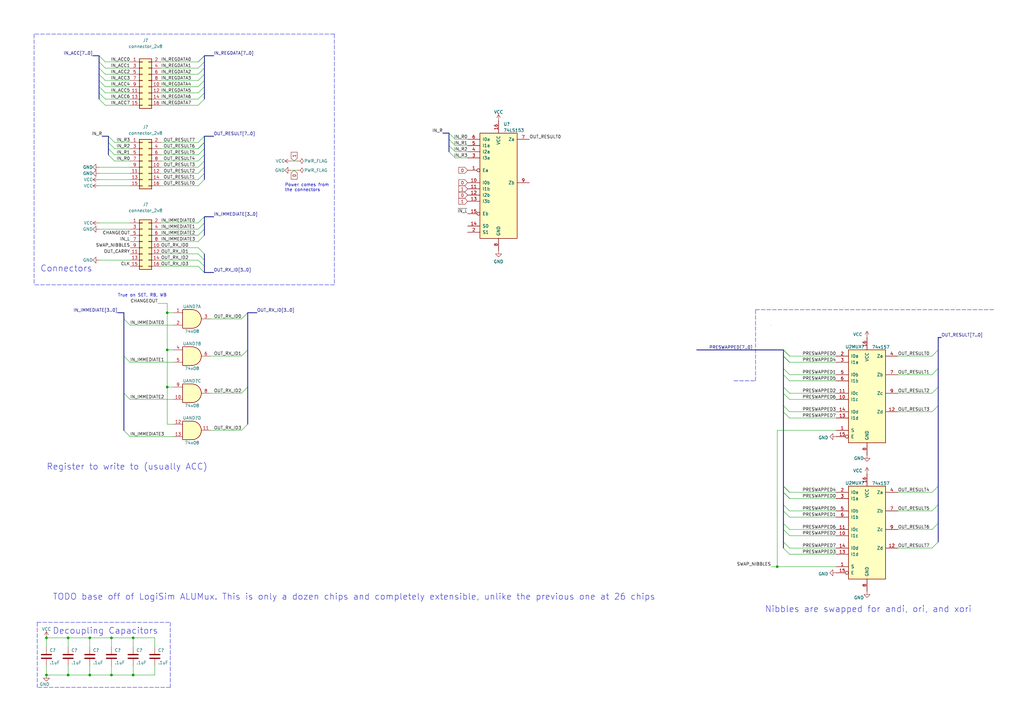
<source format=kicad_sch>
(kicad_sch (version 20211123) (generator eeschema)
  (paper "A3")
  (lib_symbols
    (symbol "74xx:74LS08" (pin_names (offset 1.016))
      (property "Reference" "U" (at 0 1.27 0))
      (property "Value" "74LS08" (at 0 -1.27 0))
      (symbol "74LS08_1_1"
        (arc (start 0 -3.81) (mid 3.81 0) (end 0 3.81) (stroke (width 0.254)) (fill (type background)))
        (polyline (pts (xy 0 3.81) (xy -3.81 3.81) (xy -3.81 -3.81) (xy 0 -3.81)) (stroke (width 0.254)) (fill (type background)))
        (pin input line (at -7.62 2.54 0) (length 3.81) (name "~") (number "1"))
        (pin input line (at -7.62 -2.54 0) (length 3.81) (name "~") (number "2"))
        (pin output line (at 7.62 0 180) (length 3.81) (name "~") (number "3"))
      )
      (symbol "74LS08_1_2"
        (arc (start -3.81 -3.81) (mid -2.589 0) (end -3.81 3.81) (stroke (width 0.254)))
        (arc (start -0.6096 -3.81) (mid 2.1842 -2.5851) (end 3.81 0) (stroke (width 0.254)) (fill (type background)))
        (polyline (pts (xy -3.81 -3.81) (xy -0.635 -3.81)) (stroke (width 0.254)) (fill (type background)))
        (polyline (pts (xy -3.81 3.81) (xy -0.635 3.81)) (stroke (width 0.254)) (fill (type background)))
        (polyline (pts (xy -0.635 3.81) (xy -3.81 3.81) (xy -3.81 3.81) (xy -3.556 3.4036) (xy -3.0226 2.2606) (xy -2.6924 1.0414) (xy -2.6162 -0.254) (xy -2.7686 -1.4986) (xy -3.175 -2.7178) (xy -3.81 -3.81) (xy -3.81 -3.81) (xy -0.635 -3.81)) (stroke (width -25.4)) (fill (type background)))
        (arc (start 3.81 0) (mid 2.1915 2.5936) (end -0.6096 3.81) (stroke (width 0.254)) (fill (type background)))
        (pin input inverted (at -7.62 2.54 0) (length 4.318) (name "~") (number "1"))
        (pin input inverted (at -7.62 -2.54 0) (length 4.318) (name "~") (number "2"))
        (pin output inverted (at 7.62 0 180) (length 3.81) (name "~") (number "3"))
      )
      (symbol "74LS08_2_1"
        (arc (start 0 -3.81) (mid 3.81 0) (end 0 3.81) (stroke (width 0.254)) (fill (type background)))
        (polyline (pts (xy 0 3.81) (xy -3.81 3.81) (xy -3.81 -3.81) (xy 0 -3.81)) (stroke (width 0.254)) (fill (type background)))
        (pin input line (at -7.62 2.54 0) (length 3.81) (name "~") (number "4"))
        (pin input line (at -7.62 -2.54 0) (length 3.81) (name "~") (number "5"))
        (pin output line (at 7.62 0 180) (length 3.81) (name "~") (number "6"))
      )
      (symbol "74LS08_2_2"
        (arc (start -3.81 -3.81) (mid -2.589 0) (end -3.81 3.81) (stroke (width 0.254)))
        (arc (start -0.6096 -3.81) (mid 2.1842 -2.5851) (end 3.81 0) (stroke (width 0.254)) (fill (type background)))
        (polyline (pts (xy -3.81 -3.81) (xy -0.635 -3.81)) (stroke (width 0.254)) (fill (type background)))
        (polyline (pts (xy -3.81 3.81) (xy -0.635 3.81)) (stroke (width 0.254)) (fill (type background)))
        (polyline (pts (xy -0.635 3.81) (xy -3.81 3.81) (xy -3.81 3.81) (xy -3.556 3.4036) (xy -3.0226 2.2606) (xy -2.6924 1.0414) (xy -2.6162 -0.254) (xy -2.7686 -1.4986) (xy -3.175 -2.7178) (xy -3.81 -3.81) (xy -3.81 -3.81) (xy -0.635 -3.81)) (stroke (width -25.4)) (fill (type background)))
        (arc (start 3.81 0) (mid 2.1915 2.5936) (end -0.6096 3.81) (stroke (width 0.254)) (fill (type background)))
        (pin input inverted (at -7.62 2.54 0) (length 4.318) (name "~") (number "4"))
        (pin input inverted (at -7.62 -2.54 0) (length 4.318) (name "~") (number "5"))
        (pin output inverted (at 7.62 0 180) (length 3.81) (name "~") (number "6"))
      )
      (symbol "74LS08_3_1"
        (arc (start 0 -3.81) (mid 3.81 0) (end 0 3.81) (stroke (width 0.254)) (fill (type background)))
        (polyline (pts (xy 0 3.81) (xy -3.81 3.81) (xy -3.81 -3.81) (xy 0 -3.81)) (stroke (width 0.254)) (fill (type background)))
        (pin input line (at -7.62 -2.54 0) (length 3.81) (name "~") (number "10"))
        (pin output line (at 7.62 0 180) (length 3.81) (name "~") (number "8"))
        (pin input line (at -7.62 2.54 0) (length 3.81) (name "~") (number "9"))
      )
      (symbol "74LS08_3_2"
        (arc (start -3.81 -3.81) (mid -2.589 0) (end -3.81 3.81) (stroke (width 0.254)))
        (arc (start -0.6096 -3.81) (mid 2.1842 -2.5851) (end 3.81 0) (stroke (width 0.254)) (fill (type background)))
        (polyline (pts (xy -3.81 -3.81) (xy -0.635 -3.81)) (stroke (width 0.254)) (fill (type background)))
        (polyline (pts (xy -3.81 3.81) (xy -0.635 3.81)) (stroke (width 0.254)) (fill (type background)))
        (polyline (pts (xy -0.635 3.81) (xy -3.81 3.81) (xy -3.81 3.81) (xy -3.556 3.4036) (xy -3.0226 2.2606) (xy -2.6924 1.0414) (xy -2.6162 -0.254) (xy -2.7686 -1.4986) (xy -3.175 -2.7178) (xy -3.81 -3.81) (xy -3.81 -3.81) (xy -0.635 -3.81)) (stroke (width -25.4)) (fill (type background)))
        (arc (start 3.81 0) (mid 2.1915 2.5936) (end -0.6096 3.81) (stroke (width 0.254)) (fill (type background)))
        (pin input inverted (at -7.62 -2.54 0) (length 4.318) (name "~") (number "10"))
        (pin output inverted (at 7.62 0 180) (length 3.81) (name "~") (number "8"))
        (pin input inverted (at -7.62 2.54 0) (length 4.318) (name "~") (number "9"))
      )
      (symbol "74LS08_4_1"
        (arc (start 0 -3.81) (mid 3.81 0) (end 0 3.81) (stroke (width 0.254)) (fill (type background)))
        (polyline (pts (xy 0 3.81) (xy -3.81 3.81) (xy -3.81 -3.81) (xy 0 -3.81)) (stroke (width 0.254)) (fill (type background)))
        (pin output line (at 7.62 0 180) (length 3.81) (name "~") (number "11"))
        (pin input line (at -7.62 2.54 0) (length 3.81) (name "~") (number "12"))
        (pin input line (at -7.62 -2.54 0) (length 3.81) (name "~") (number "13"))
      )
      (symbol "74LS08_4_2"
        (arc (start -3.81 -3.81) (mid -2.589 0) (end -3.81 3.81) (stroke (width 0.254)))
        (arc (start -0.6096 -3.81) (mid 2.1842 -2.5851) (end 3.81 0) (stroke (width 0.254)) (fill (type background)))
        (polyline (pts (xy -3.81 -3.81) (xy -0.635 -3.81)) (stroke (width 0.254)) (fill (type background)))
        (polyline (pts (xy -3.81 3.81) (xy -0.635 3.81)) (stroke (width 0.254)) (fill (type background)))
        (polyline (pts (xy -0.635 3.81) (xy -3.81 3.81) (xy -3.81 3.81) (xy -3.556 3.4036) (xy -3.0226 2.2606) (xy -2.6924 1.0414) (xy -2.6162 -0.254) (xy -2.7686 -1.4986) (xy -3.175 -2.7178) (xy -3.81 -3.81) (xy -3.81 -3.81) (xy -0.635 -3.81)) (stroke (width -25.4)) (fill (type background)))
        (arc (start 3.81 0) (mid 2.1915 2.5936) (end -0.6096 3.81) (stroke (width 0.254)) (fill (type background)))
        (pin output inverted (at 7.62 0 180) (length 3.81) (name "~") (number "11"))
        (pin input inverted (at -7.62 2.54 0) (length 4.318) (name "~") (number "12"))
        (pin input inverted (at -7.62 -2.54 0) (length 4.318) (name "~") (number "13"))
      )
      (symbol "74LS08_5_0"
        (pin power_in line (at 0 12.7 270) (length 5.08) (name "VCC") (number "14"))
        (pin power_in line (at 0 -12.7 90) (length 5.08) (name "GND") (number "7"))
      )
      (symbol "74LS08_5_1"
        (rectangle (start -5.08 7.62) (end 5.08 -7.62) (stroke (width 0.254)) (fill (type background)))
      )
    )
    (symbol "74xx:74LS153" (pin_names (offset 1.016))
      (property "Reference" "U" (at -7.62 21.59 0))
      (property "Value" "74LS153" (at -7.62 -24.13 0))
      (symbol "74LS153_1_0"
        (pin input inverted (at -12.7 5.08 0) (length 5.08) (name "Ea") (number "1"))
        (pin input line (at -12.7 0 0) (length 5.08) (name "I0b") (number "10"))
        (pin input line (at -12.7 -2.54 0) (length 5.08) (name "I1b") (number "11"))
        (pin input line (at -12.7 -5.08 0) (length 5.08) (name "I2b") (number "12"))
        (pin input line (at -12.7 -7.62 0) (length 5.08) (name "I3b") (number "13"))
        (pin input line (at -12.7 -17.78 0) (length 5.08) (name "S0") (number "14"))
        (pin input inverted (at -12.7 -12.7 0) (length 5.08) (name "Eb") (number "15"))
        (pin power_in line (at 0 25.4 270) (length 5.08) (name "VCC") (number "16"))
        (pin input line (at -12.7 -20.32 0) (length 5.08) (name "S1") (number "2"))
        (pin input line (at -12.7 10.16 0) (length 5.08) (name "I3a") (number "3"))
        (pin input line (at -12.7 12.7 0) (length 5.08) (name "I2a") (number "4"))
        (pin input line (at -12.7 15.24 0) (length 5.08) (name "I1a") (number "5"))
        (pin input line (at -12.7 17.78 0) (length 5.08) (name "I0a") (number "6"))
        (pin output line (at 12.7 17.78 180) (length 5.08) (name "Za") (number "7"))
        (pin power_in line (at 0 -27.94 90) (length 5.08) (name "GND") (number "8"))
        (pin output line (at 12.7 0 180) (length 5.08) (name "Zb") (number "9"))
      )
      (symbol "74LS153_1_1"
        (rectangle (start -7.62 20.32) (end 7.62 -22.86) (stroke (width 0.254)) (fill (type background)))
      )
    )
    (symbol "74xx:74LS157" (pin_names (offset 1.016))
      (property "Reference" "U" (at -7.62 19.05 0))
      (property "Value" "74LS157" (at -7.62 -21.59 0))
      (symbol "74LS157_1_0"
        (pin input line (at -12.7 -15.24 0) (length 5.08) (name "S") (number "1"))
        (pin input line (at -12.7 -2.54 0) (length 5.08) (name "I1c") (number "10"))
        (pin input line (at -12.7 0 0) (length 5.08) (name "I0c") (number "11"))
        (pin output line (at 12.7 -7.62 180) (length 5.08) (name "Zd") (number "12"))
        (pin input line (at -12.7 -10.16 0) (length 5.08) (name "I1d") (number "13"))
        (pin input line (at -12.7 -7.62 0) (length 5.08) (name "I0d") (number "14"))
        (pin input inverted (at -12.7 -17.78 0) (length 5.08) (name "E") (number "15"))
        (pin power_in line (at 0 22.86 270) (length 5.08) (name "VCC") (number "16"))
        (pin input line (at -12.7 15.24 0) (length 5.08) (name "I0a") (number "2"))
        (pin input line (at -12.7 12.7 0) (length 5.08) (name "I1a") (number "3"))
        (pin output line (at 12.7 15.24 180) (length 5.08) (name "Za") (number "4"))
        (pin input line (at -12.7 7.62 0) (length 5.08) (name "I0b") (number "5"))
        (pin input line (at -12.7 5.08 0) (length 5.08) (name "I1b") (number "6"))
        (pin output line (at 12.7 7.62 180) (length 5.08) (name "Zb") (number "7"))
        (pin power_in line (at 0 -25.4 90) (length 5.08) (name "GND") (number "8"))
        (pin output line (at 12.7 0 180) (length 5.08) (name "Zc") (number "9"))
      )
      (symbol "74LS157_1_1"
        (rectangle (start -7.62 17.78) (end 7.62 -20.32) (stroke (width 0.254)) (fill (type background)))
      )
    )
    (symbol "Connector_Generic:Conn_02x08_Odd_Even" (pin_names (offset 1.016) hide)
      (property "Reference" "J" (at 1.27 10.16 0))
      (property "Value" "Conn_02x08_Odd_Even" (at 1.27 -12.7 0))
      (symbol "Conn_02x08_Odd_Even_1_1"
        (rectangle (start -1.27 -10.033) (end 0 -10.287) (stroke (width 0.1524)))
        (rectangle (start -1.27 -7.493) (end 0 -7.747) (stroke (width 0.1524)))
        (rectangle (start -1.27 -4.953) (end 0 -5.207) (stroke (width 0.1524)))
        (rectangle (start -1.27 -2.413) (end 0 -2.667) (stroke (width 0.1524)))
        (rectangle (start -1.27 0.127) (end 0 -0.127) (stroke (width 0.1524)))
        (rectangle (start -1.27 2.667) (end 0 2.413) (stroke (width 0.1524)))
        (rectangle (start -1.27 5.207) (end 0 4.953) (stroke (width 0.1524)))
        (rectangle (start -1.27 7.747) (end 0 7.493) (stroke (width 0.1524)))
        (rectangle (start -1.27 8.89) (end 3.81 -11.43) (stroke (width 0.254)) (fill (type background)))
        (rectangle (start 3.81 -10.033) (end 2.54 -10.287) (stroke (width 0.1524)))
        (rectangle (start 3.81 -7.493) (end 2.54 -7.747) (stroke (width 0.1524)))
        (rectangle (start 3.81 -4.953) (end 2.54 -5.207) (stroke (width 0.1524)))
        (rectangle (start 3.81 -2.413) (end 2.54 -2.667) (stroke (width 0.1524)))
        (rectangle (start 3.81 0.127) (end 2.54 -0.127) (stroke (width 0.1524)))
        (rectangle (start 3.81 2.667) (end 2.54 2.413) (stroke (width 0.1524)))
        (rectangle (start 3.81 5.207) (end 2.54 4.953) (stroke (width 0.1524)))
        (rectangle (start 3.81 7.747) (end 2.54 7.493) (stroke (width 0.1524)))
        (pin passive line (at -5.08 7.62 0) (length 3.81) (name "Pin_1") (number "1"))
        (pin passive line (at 7.62 -2.54 180) (length 3.81) (name "Pin_10") (number "10"))
        (pin passive line (at -5.08 -5.08 0) (length 3.81) (name "Pin_11") (number "11"))
        (pin passive line (at 7.62 -5.08 180) (length 3.81) (name "Pin_12") (number "12"))
        (pin passive line (at -5.08 -7.62 0) (length 3.81) (name "Pin_13") (number "13"))
        (pin passive line (at 7.62 -7.62 180) (length 3.81) (name "Pin_14") (number "14"))
        (pin passive line (at -5.08 -10.16 0) (length 3.81) (name "Pin_15") (number "15"))
        (pin passive line (at 7.62 -10.16 180) (length 3.81) (name "Pin_16") (number "16"))
        (pin passive line (at 7.62 7.62 180) (length 3.81) (name "Pin_2") (number "2"))
        (pin passive line (at -5.08 5.08 0) (length 3.81) (name "Pin_3") (number "3"))
        (pin passive line (at 7.62 5.08 180) (length 3.81) (name "Pin_4") (number "4"))
        (pin passive line (at -5.08 2.54 0) (length 3.81) (name "Pin_5") (number "5"))
        (pin passive line (at 7.62 2.54 180) (length 3.81) (name "Pin_6") (number "6"))
        (pin passive line (at -5.08 0 0) (length 3.81) (name "Pin_7") (number "7"))
        (pin passive line (at 7.62 0 180) (length 3.81) (name "Pin_8") (number "8"))
        (pin passive line (at -5.08 -2.54 0) (length 3.81) (name "Pin_9") (number "9"))
      )
    )
    (symbol "Device:C" (pin_numbers hide) (pin_names (offset 0.254))
      (property "Reference" "C" (at 0.635 2.54 0))
      (property "Value" "C" (at 0.635 -2.54 0))
      (symbol "C_0_1"
        (polyline (pts (xy -2.032 -0.762) (xy 2.032 -0.762)) (stroke (width 0.508)))
        (polyline (pts (xy -2.032 0.762) (xy 2.032 0.762)) (stroke (width 0.508)))
      )
      (symbol "C_1_1"
        (pin passive line (at 0 3.81 270) (length 2.794) (name "~") (number "1"))
        (pin passive line (at 0 -3.81 90) (length 2.794) (name "~") (number "2"))
      )
    )
    (symbol "power:GND" (power) (pin_names (offset 0))
      (property "Value" "GND" (at 0 -3.81 0))
      (symbol "GND_0_1"
        (polyline (pts (xy 0 0) (xy 0 -1.27) (xy 1.27 -1.27) (xy 0 -2.54) (xy -1.27 -1.27) (xy 0 -1.27)))
      )
      (symbol "GND_1_1"
        (pin power_in line (at 0 0 270) (length 0) hide (name "GND") (number "1"))
      )
    )
    (symbol "power:PWR_FLAG" (power) (pin_numbers hide) (pin_names (offset 0) hide)
      (property "Value" "PWR_FLAG" (at 0 3.81 0))
      (symbol "PWR_FLAG_0_0"
        (pin power_out line (at 0 0 90) (length 0) (name "pwr") (number "1"))
      )
      (symbol "PWR_FLAG_0_1"
        (polyline (pts (xy 0 0) (xy 0 1.27) (xy -1.016 1.905) (xy 0 2.54) (xy 1.016 1.905) (xy 0 1.27)))
      )
    )
    (symbol "power:VCC" (power) (pin_names (offset 0))
      (property "Value" "VCC" (at 0 3.81 0))
      (symbol "VCC_0_1"
        (polyline (pts (xy -0.762 1.27) (xy 0 2.54)))
        (polyline (pts (xy 0 0) (xy 0 2.54)))
        (polyline (pts (xy 0 2.54) (xy 0.762 1.27)))
      )
      (symbol "VCC_1_1"
        (pin power_in line (at 0 0 90) (length 0) hide (name "VCC") (number "1"))
      )
    )
  )
  (junction (at 68.58 143.51))
  (junction (at 19.05 276.86))
  (junction (at 68.58 158.75))
  (junction (at 19.05 261.62))
  (junction (at 54.61 276.86))
  (junction (at 318.77 232.41))
  (junction (at 36.83 276.86))
  (junction (at 68.58 128.27))
  (junction (at 27.94 276.86))
  (junction (at 27.94 261.62))
  (junction (at 54.61 261.62))
  (junction (at 45.72 261.62))
  (junction (at 36.83 261.62))
  (junction (at 45.72 276.86))
  (bus_entry (at 83.82 88.9) (size -2.54 2.54))
  (bus_entry (at 101.6 158.75) (size -2.54 2.54))
  (bus_entry (at 321.31 199.39) (size 2.54 2.54))
  (bus_entry (at 184.15 54.61) (size 2.54 2.54))
  (bus_entry (at 40.64 40.64) (size 2.54 2.54))
  (bus_entry (at 83.82 58.42) (size -2.54 2.54))
  (bus_entry (at 384.81 151.13) (size -2.54 2.54))
  (bus_entry (at 321.31 209.55) (size 2.54 2.54))
  (bus_entry (at 321.31 217.17) (size 2.54 2.54))
  (bus_entry (at 50.8 146.05) (size 2.54 2.54))
  (bus_entry (at 50.8 176.53) (size 2.54 2.54))
  (bus_entry (at 83.82 22.86) (size -2.54 2.54))
  (bus_entry (at 83.82 66.04) (size -2.54 2.54))
  (bus_entry (at 83.82 68.58) (size -2.54 2.54))
  (bus_entry (at 321.31 199.39) (size 2.54 2.54))
  (bus_entry (at 184.15 59.69) (size 2.54 2.54))
  (bus_entry (at 384.81 199.39) (size -2.54 2.54))
  (bus_entry (at 81.28 43.18) (size 2.54 -2.54))
  (bus_entry (at 81.28 27.94) (size 2.54 -2.54))
  (bus_entry (at 81.28 35.56) (size 2.54 -2.54))
  (bus_entry (at 184.15 62.23) (size 2.54 2.54))
  (bus_entry (at 321.31 201.93) (size 2.54 2.54))
  (bus_entry (at 44.45 58.42) (size 2.54 2.54))
  (bus_entry (at 83.82 63.5) (size -2.54 2.54))
  (bus_entry (at 44.45 55.88) (size 2.54 2.54))
  (bus_entry (at 321.31 166.37) (size 2.54 2.54))
  (bus_entry (at 81.28 40.64) (size 2.54 -2.54))
  (bus_entry (at 83.82 109.22) (size -2.54 -2.54))
  (bus_entry (at 40.64 30.48) (size 2.54 2.54))
  (bus_entry (at 321.31 146.05) (size 2.54 2.54))
  (bus_entry (at 40.64 27.94) (size 2.54 2.54))
  (bus_entry (at 321.31 151.13) (size 2.54 2.54))
  (bus_entry (at 81.28 60.96) (size 2.54 -2.54))
  (bus_entry (at 184.15 57.15) (size 2.54 2.54))
  (bus_entry (at 83.82 73.66) (size -2.54 2.54))
  (bus_entry (at 321.31 146.05) (size 2.54 2.54))
  (bus_entry (at 83.82 106.68) (size -2.54 -2.54))
  (bus_entry (at 83.82 96.52) (size -2.54 2.54))
  (bus_entry (at 83.82 104.14) (size -2.54 -2.54))
  (bus_entry (at 384.81 158.75) (size -2.54 2.54))
  (bus_entry (at 321.31 222.25) (size 2.54 2.54))
  (bus_entry (at 384.81 222.25) (size -2.54 2.54))
  (bus_entry (at 83.82 71.12) (size -2.54 2.54))
  (bus_entry (at 81.28 25.4) (size 2.54 -2.54))
  (bus_entry (at 384.81 214.63) (size -2.54 2.54))
  (bus_entry (at 83.82 111.76) (size -2.54 -2.54))
  (bus_entry (at 384.81 143.51) (size -2.54 2.54))
  (bus_entry (at 81.28 38.1) (size 2.54 -2.54))
  (bus_entry (at 83.82 55.88) (size -2.54 2.54))
  (bus_entry (at 321.31 153.67) (size 2.54 2.54))
  (bus_entry (at 83.82 91.44) (size -2.54 2.54))
  (bus_entry (at 44.45 60.96) (size 2.54 2.54))
  (bus_entry (at 83.82 93.98) (size -2.54 2.54))
  (bus_entry (at 81.28 33.02) (size 2.54 -2.54))
  (bus_entry (at 384.81 166.37) (size -2.54 2.54))
  (bus_entry (at 40.64 33.02) (size 2.54 2.54))
  (bus_entry (at 384.81 207.01) (size -2.54 2.54))
  (bus_entry (at 101.6 143.51) (size -2.54 2.54))
  (bus_entry (at 40.64 35.56) (size 2.54 2.54))
  (bus_entry (at 321.31 224.79) (size 2.54 2.54))
  (bus_entry (at 50.8 130.81) (size 2.54 2.54))
  (bus_entry (at 321.31 143.51) (size 2.54 2.54))
  (bus_entry (at 321.31 214.63) (size 2.54 2.54))
  (bus_entry (at 101.6 173.99) (size -2.54 2.54))
  (bus_entry (at 83.82 60.96) (size -2.54 2.54))
  (bus_entry (at 101.6 128.27) (size -2.54 2.54))
  (bus_entry (at 321.31 207.01) (size 2.54 2.54))
  (bus_entry (at 321.31 143.51) (size 2.54 2.54))
  (bus_entry (at 50.8 161.29) (size 2.54 2.54))
  (bus_entry (at 40.64 22.86) (size 2.54 2.54))
  (bus_entry (at 321.31 161.29) (size 2.54 2.54))
  (bus_entry (at 81.28 30.48) (size 2.54 -2.54))
  (bus_entry (at 40.64 25.4) (size 2.54 2.54))
  (bus_entry (at 321.31 201.93) (size 2.54 2.54))
  (bus_entry (at 321.31 168.91) (size 2.54 2.54))
  (bus_entry (at 40.64 38.1) (size 2.54 2.54))
  (bus_entry (at 321.31 158.75) (size 2.54 2.54))
  (bus_entry (at 44.45 63.5) (size 2.54 2.54))
  (bus (pts (xy 40.64 22.86) (xy 40.64 25.4)))
  (bus (pts (xy 50.8 128.27) (xy 50.8 130.81)))
  (polyline (pts (xy 69.85 281.94) (xy 15.24 281.94)))
  (wire (pts (xy 68.58 158.75) (xy 68.58 173.99)))
  (bus (pts (xy 384.81 158.75) (xy 384.81 166.37)))
  (wire (pts (xy 323.85 201.93) (xy 342.9 201.93)))
  (bus (pts (xy 184.15 59.69) (xy 184.15 62.23)))
  (wire (pts (xy 66.04 27.94) (xy 81.28 27.94)))
  (wire (pts (xy 45.72 261.62) (xy 54.61 261.62)))
  (wire (pts (xy 66.04 58.42) (xy 81.28 58.42)))
  (bus (pts (xy 101.6 158.75) (xy 101.6 173.99)))
  (wire (pts (xy 66.04 40.64) (xy 81.28 40.64)))
  (wire (pts (xy 43.18 25.4) (xy 53.34 25.4)))
  (wire (pts (xy 66.04 60.96) (xy 81.28 60.96)))
  (bus (pts (xy 181.61 54.61) (xy 184.15 54.61)))
  (wire (pts (xy 43.18 30.48) (xy 53.34 30.48)))
  (wire (pts (xy 54.61 276.86) (xy 63.5 276.86)))
  (bus (pts (xy 44.45 55.88) (xy 44.45 58.42)))
  (wire (pts (xy 68.58 128.27) (xy 71.12 128.27)))
  (bus (pts (xy 40.64 25.4) (xy 40.64 27.94)))
  (bus (pts (xy 321.31 207.01) (xy 321.31 209.55)))
  (wire (pts (xy 66.04 73.66) (xy 81.28 73.66)))
  (wire (pts (xy 43.18 33.02) (xy 53.34 33.02)))
  (wire (pts (xy 19.05 261.62) (xy 27.94 261.62)))
  (bus (pts (xy 83.82 35.56) (xy 83.82 38.1)))
  (bus (pts (xy 83.82 55.88) (xy 83.82 58.42)))
  (wire (pts (xy 81.28 96.52) (xy 66.04 96.52)))
  (polyline (pts (xy 137.16 13.97) (xy 137.16 116.84)))
  (bus (pts (xy 83.82 25.4) (xy 83.82 27.94)))
  (wire (pts (xy 66.04 66.04) (xy 81.28 66.04)))
  (bus (pts (xy 384.81 199.39) (xy 384.81 207.01)))
  (bus (pts (xy 321.31 214.63) (xy 321.31 217.17)))
  (bus (pts (xy 384.81 151.13) (xy 384.81 158.75)))
  (wire (pts (xy 54.61 265.43) (xy 54.61 261.62)))
  (bus (pts (xy 40.64 35.56) (xy 40.64 38.1)))
  (wire (pts (xy 323.85 219.71) (xy 342.9 219.71)))
  (wire (pts (xy 45.72 265.43) (xy 45.72 261.62)))
  (bus (pts (xy 321.31 146.05) (xy 321.31 151.13)))
  (wire (pts (xy 68.58 124.46) (xy 68.58 128.27)))
  (bus (pts (xy 384.81 143.51) (xy 384.81 151.13)))
  (wire (pts (xy 119.38 69.85) (xy 121.92 69.85)))
  (wire (pts (xy 318.77 176.53) (xy 318.77 232.41)))
  (wire (pts (xy 66.04 35.56) (xy 81.28 35.56)))
  (polyline (pts (xy 15.24 255.27) (xy 15.24 281.94)))
  (bus (pts (xy 321.31 222.25) (xy 321.31 224.79)))
  (wire (pts (xy 53.34 133.35) (xy 71.12 133.35)))
  (wire (pts (xy 68.58 143.51) (xy 71.12 143.51)))
  (wire (pts (xy 63.5 265.43) (xy 63.5 261.62)))
  (bus (pts (xy 321.31 168.91) (xy 321.31 199.39)))
  (bus (pts (xy 321.31 201.93) (xy 321.31 207.01)))
  (polyline (pts (xy 300.99 156.21) (xy 309.88 156.21)))
  (wire (pts (xy 66.04 71.12) (xy 81.28 71.12)))
  (wire (pts (xy 368.3 201.93) (xy 382.27 201.93)))
  (bus (pts (xy 48.26 128.27) (xy 50.8 128.27)))
  (wire (pts (xy 66.04 106.68) (xy 81.28 106.68)))
  (wire (pts (xy 318.77 176.53) (xy 342.9 176.53)))
  (bus (pts (xy 50.8 146.05) (xy 50.8 161.29)))
  (bus (pts (xy 87.63 111.76) (xy 83.82 111.76)))
  (wire (pts (xy 66.04 25.4) (xy 81.28 25.4)))
  (polyline (pts (xy 137.16 116.84) (xy 13.97 116.84)))
  (wire (pts (xy 323.85 224.79) (xy 342.9 224.79)))
  (wire (pts (xy 27.94 265.43) (xy 27.94 261.62)))
  (polyline (pts (xy 15.24 255.27) (xy 69.85 255.27)))
  (wire (pts (xy 81.28 93.98) (xy 66.04 93.98)))
  (wire (pts (xy 86.36 146.05) (xy 99.06 146.05)))
  (wire (pts (xy 66.04 68.58) (xy 81.28 68.58)))
  (bus (pts (xy 101.6 128.27) (xy 101.6 143.51)))
  (wire (pts (xy 66.04 101.6) (xy 81.28 101.6)))
  (wire (pts (xy 27.94 276.86) (xy 36.83 276.86)))
  (bus (pts (xy 321.31 153.67) (xy 321.31 158.75)))
  (wire (pts (xy 40.64 76.2) (xy 53.34 76.2)))
  (bus (pts (xy 40.64 27.94) (xy 40.64 30.48)))
  (bus (pts (xy 384.81 166.37) (xy 384.81 199.39)))
  (wire (pts (xy 66.04 30.48) (xy 81.28 30.48)))
  (wire (pts (xy 40.64 73.66) (xy 53.34 73.66)))
  (wire (pts (xy 323.85 227.33) (xy 342.9 227.33)))
  (wire (pts (xy 68.58 143.51) (xy 68.58 158.75)))
  (wire (pts (xy 323.85 163.83) (xy 342.9 163.83)))
  (wire (pts (xy 19.05 276.86) (xy 27.94 276.86)))
  (bus (pts (xy 40.64 33.02) (xy 40.64 35.56)))
  (bus (pts (xy 384.81 207.01) (xy 384.81 214.63)))
  (bus (pts (xy 83.82 106.68) (xy 83.82 104.14)))
  (wire (pts (xy 368.3 146.05) (xy 382.27 146.05)))
  (bus (pts (xy 184.15 54.61) (xy 184.15 57.15)))
  (bus (pts (xy 83.82 91.44) (xy 83.82 93.98)))
  (bus (pts (xy 83.82 111.76) (xy 83.82 109.22)))
  (wire (pts (xy 54.61 261.62) (xy 63.5 261.62)))
  (wire (pts (xy 323.85 153.67) (xy 342.9 153.67)))
  (bus (pts (xy 44.45 60.96) (xy 44.45 63.5)))
  (bus (pts (xy 83.82 27.94) (xy 83.82 30.48)))
  (wire (pts (xy 53.34 148.59) (xy 71.12 148.59)))
  (bus (pts (xy 321.31 161.29) (xy 321.31 166.37)))
  (bus (pts (xy 321.31 199.39) (xy 321.31 201.93)))
  (bus (pts (xy 101.6 143.51) (xy 101.6 158.75)))
  (wire (pts (xy 323.85 156.21) (xy 342.9 156.21)))
  (wire (pts (xy 186.69 59.69) (xy 191.77 59.69)))
  (bus (pts (xy 83.82 55.88) (xy 87.63 55.88)))
  (wire (pts (xy 43.18 38.1) (xy 53.34 38.1)))
  (bus (pts (xy 83.82 68.58) (xy 83.82 71.12)))
  (wire (pts (xy 40.64 93.98) (xy 53.34 93.98)))
  (polyline (pts (xy 137.16 13.97) (xy 13.97 13.97)))
  (wire (pts (xy 71.12 173.99) (xy 68.58 173.99)))
  (bus (pts (xy 384.81 138.43) (xy 386.08 138.43)))
  (wire (pts (xy 19.05 265.43) (xy 19.05 261.62)))
  (wire (pts (xy 323.85 146.05) (xy 342.9 146.05)))
  (wire (pts (xy 66.04 104.14) (xy 81.28 104.14)))
  (bus (pts (xy 41.91 55.88) (xy 44.45 55.88)))
  (wire (pts (xy 46.99 63.5) (xy 53.34 63.5)))
  (bus (pts (xy 38.1 22.86) (xy 40.64 22.86)))
  (wire (pts (xy 66.04 91.44) (xy 81.28 91.44)))
  (bus (pts (xy 83.82 88.9) (xy 83.82 91.44)))
  (bus (pts (xy 83.82 58.42) (xy 83.82 60.96)))
  (bus (pts (xy 87.63 22.86) (xy 83.82 22.86)))
  (wire (pts (xy 323.85 204.47) (xy 342.9 204.47)))
  (bus (pts (xy 285.75 143.51) (xy 321.31 143.51)))
  (polyline (pts (xy 13.97 13.97) (xy 13.97 116.84)))
  (wire (pts (xy 68.58 158.75) (xy 71.12 158.75)))
  (bus (pts (xy 40.64 38.1) (xy 40.64 40.64)))
  (wire (pts (xy 68.58 128.27) (xy 68.58 143.51)))
  (wire (pts (xy 119.38 66.04) (xy 121.92 66.04)))
  (bus (pts (xy 384.81 138.43) (xy 384.81 143.51)))
  (wire (pts (xy 45.72 276.86) (xy 45.72 273.05)))
  (bus (pts (xy 321.31 143.51) (xy 321.31 146.05)))
  (bus (pts (xy 83.82 22.86) (xy 83.82 25.4)))
  (wire (pts (xy 19.05 276.86) (xy 19.05 273.05)))
  (bus (pts (xy 83.82 93.98) (xy 83.82 96.52)))
  (bus (pts (xy 321.31 166.37) (xy 321.31 168.91)))
  (wire (pts (xy 186.69 64.77) (xy 191.77 64.77)))
  (polyline (pts (xy 309.88 156.21) (xy 309.88 127)))
  (bus (pts (xy 83.82 71.12) (xy 83.82 73.66)))
  (bus (pts (xy 83.82 60.96) (xy 83.82 63.5)))
  (wire (pts (xy 323.85 217.17) (xy 342.9 217.17)))
  (bus (pts (xy 44.45 58.42) (xy 44.45 60.96)))
  (wire (pts (xy 45.72 276.86) (xy 54.61 276.86)))
  (wire (pts (xy 66.04 33.02) (xy 81.28 33.02)))
  (wire (pts (xy 46.99 60.96) (xy 53.34 60.96)))
  (bus (pts (xy 50.8 130.81) (xy 50.8 146.05)))
  (wire (pts (xy 36.83 265.43) (xy 36.83 261.62)))
  (bus (pts (xy 83.82 38.1) (xy 83.82 40.64)))
  (wire (pts (xy 368.3 217.17) (xy 382.27 217.17)))
  (wire (pts (xy 323.85 148.59) (xy 342.9 148.59)))
  (wire (pts (xy 323.85 209.55) (xy 342.9 209.55)))
  (bus (pts (xy 50.8 161.29) (xy 50.8 176.53)))
  (wire (pts (xy 40.64 71.12) (xy 53.34 71.12)))
  (bus (pts (xy 184.15 57.15) (xy 184.15 59.69)))
  (wire (pts (xy 36.83 276.86) (xy 45.72 276.86)))
  (wire (pts (xy 86.36 130.81) (xy 99.06 130.81)))
  (bus (pts (xy 321.31 151.13) (xy 321.31 153.67)))
  (wire (pts (xy 66.04 38.1) (xy 81.28 38.1)))
  (wire (pts (xy 46.99 66.04) (xy 53.34 66.04)))
  (wire (pts (xy 40.64 106.68) (xy 53.34 106.68)))
  (wire (pts (xy 36.83 261.62) (xy 45.72 261.62)))
  (wire (pts (xy 43.18 43.18) (xy 53.34 43.18)))
  (bus (pts (xy 87.63 88.9) (xy 83.82 88.9)))
  (bus (pts (xy 321.31 158.75) (xy 321.31 161.29)))
  (polyline (pts (xy 69.85 255.27) (xy 69.85 281.94)))
  (wire (pts (xy 53.34 163.83) (xy 71.12 163.83)))
  (bus (pts (xy 105.41 128.27) (xy 101.6 128.27)))
  (wire (pts (xy 27.94 261.62) (xy 36.83 261.62)))
  (bus (pts (xy 321.31 209.55) (xy 321.31 214.63)))
  (wire (pts (xy 46.99 58.42) (xy 53.34 58.42)))
  (wire (pts (xy 64.77 124.46) (xy 68.58 124.46)))
  (wire (pts (xy 27.94 276.86) (xy 27.94 273.05)))
  (wire (pts (xy 318.77 232.41) (xy 342.9 232.41)))
  (wire (pts (xy 40.64 91.44) (xy 53.34 91.44)))
  (bus (pts (xy 83.82 30.48) (xy 83.82 33.02)))
  (wire (pts (xy 54.61 276.86) (xy 54.61 273.05)))
  (wire (pts (xy 43.18 40.64) (xy 53.34 40.64)))
  (wire (pts (xy 36.83 276.86) (xy 36.83 273.05)))
  (wire (pts (xy 53.34 179.07) (xy 71.12 179.07)))
  (wire (pts (xy 86.36 176.53) (xy 99.06 176.53)))
  (wire (pts (xy 40.64 68.58) (xy 53.34 68.58)))
  (wire (pts (xy 368.3 161.29) (xy 382.27 161.29)))
  (wire (pts (xy 323.85 161.29) (xy 342.9 161.29)))
  (wire (pts (xy 66.04 43.18) (xy 81.28 43.18)))
  (bus (pts (xy 384.81 214.63) (xy 384.81 222.25)))
  (wire (pts (xy 323.85 212.09) (xy 342.9 212.09)))
  (wire (pts (xy 368.3 168.91) (xy 382.27 168.91)))
  (bus (pts (xy 40.64 30.48) (xy 40.64 33.02)))
  (wire (pts (xy 43.18 35.56) (xy 53.34 35.56)))
  (wire (pts (xy 323.85 168.91) (xy 342.9 168.91)))
  (polyline (pts (xy 316.23 133.35) (xy 316.23 133.35)))
  (wire (pts (xy 66.04 76.2) (xy 81.28 76.2)))
  (wire (pts (xy 186.69 62.23) (xy 191.77 62.23)))
  (bus (pts (xy 83.82 33.02) (xy 83.82 35.56)))
  (wire (pts (xy 368.3 209.55) (xy 382.27 209.55)))
  (wire (pts (xy 186.69 57.15) (xy 191.77 57.15)))
  (wire (pts (xy 66.04 109.22) (xy 81.28 109.22)))
  (wire (pts (xy 81.28 99.06) (xy 66.04 99.06)))
  (wire (pts (xy 323.85 171.45) (xy 342.9 171.45)))
  (bus (pts (xy 83.82 66.04) (xy 83.82 68.58)))
  (wire (pts (xy 86.36 161.29) (xy 99.06 161.29)))
  (wire (pts (xy 368.3 153.67) (xy 382.27 153.67)))
  (wire (pts (xy 66.04 63.5) (xy 81.28 63.5)))
  (bus (pts (xy 83.82 63.5) (xy 83.82 66.04)))
  (bus (pts (xy 83.82 109.22) (xy 83.82 106.68)))
  (bus (pts (xy 321.31 217.17) (xy 321.31 222.25)))
  (wire (pts (xy 382.27 224.79) (xy 368.3 224.79)))
  (wire (pts (xy 43.18 27.94) (xy 53.34 27.94)))
  (wire (pts (xy 63.5 276.86) (xy 63.5 273.05)))
  (polyline (pts (xy 309.88 127) (xy 407.67 127)))
  (wire (pts (xy 318.77 232.41) (xy 316.23 232.41)))
  (text "Connectors" (at 16.51 111.76 0) (effects (font (size 2.54 2.54)) (justify left bottom)))
  (text "TODO base off of LogiSim ALUMux. This is only a dozen chips and completely extensible, unlike the previous one at 26 chips" (at 21.59 246.38 0) (effects (font (size 2.54 2.54)) (justify left bottom)))
  (text "True on SET, RB, WB" (at 48.26 121.92 0) (effects (font (size 1.27 1.27)) (justify left bottom)))
  (text "Register to write to (usually ACC)" (at 19.05 193.04 0) (effects (font (size 2.54 2.54)) (justify left bottom)))
  (text "Nibbles are swapped for andi, ori, and xori" (at 313.69 251.46 0) (effects (font (size 2.54 2.54)) (justify left bottom)))
  (text "Power comes from\nthe connectors" (at 116.84 78.74 0) (effects (font (size 1.27 1.27)) (justify left bottom)))
  (text "Decoupling Capacitors" (at 21.59 260.35 0) (effects (font (size 2.54 2.54)) (justify left bottom)))
  (label "PRESWAPPED5" (at 342.9 156.21 180))
  (label "IN_R3" (at 53.34 58.42 180))
  (label "IN_R" (at 181.61 54.61 180))
  (label "CHANGEOUT" (at 64.77 124.46 180))
  (label "IN_R3" (at 191.77 64.77 180))
  (label "IN_R1" (at 53.34 63.5 180))
  (label "IN_ACC1" (at 53.34 27.94 180))
  (label "IN_REGDATA2" (at 66.04 30.48 0))
  (label "IN_IMMEDIATE2" (at 66.04 96.52 0))
  (label "IN_R2" (at 53.34 60.96 180))
  (label "IN_R0" (at 53.34 66.04 180))
  (label "PRESWAPPED0" (at 342.9 204.47 180))
  (label "CHANGEOUT" (at 53.34 96.52 180))
  (label "OUT_RX_ID2" (at 99.06 161.29 180))
  (label "IN_REGDATA7" (at 66.04 43.18 0))
  (label "OUT_RESULT6" (at 368.3 217.17 0))
  (label "OUT_CARRY" (at 53.34 104.14 180))
  (label "IN_IMMEDIATE[3..0]" (at 87.63 88.9 0))
  (label "IN_REGDATA3" (at 66.04 33.02 0))
  (label "IN_R1" (at 191.77 59.69 180))
  (label "OUT_RESULT7" (at 368.3 224.79 0))
  (label "IN_R2" (at 191.77 62.23 180))
  (label "PRESWAPPED0" (at 342.9 146.05 180))
  (label "IN_R" (at 41.91 55.88 180))
  (label "IN_IMMEDIATE1" (at 53.34 148.59 0))
  (label "PRESWAPPED4" (at 342.9 201.93 180))
  (label "PRESWAPPED3" (at 342.9 168.91 180))
  (label "PRESWAPPED[7..0]" (at 290.83 143.51 0))
  (label "IN_IMMEDIATE3" (at 53.34 179.07 0))
  (label "OUT_RESULT[7..0]" (at 386.08 138.43 0))
  (label "IN_REGDATA5" (at 66.04 38.1 0))
  (label "SWAP_NIBBLES" (at 316.23 232.41 180))
  (label "PRESWAPPED2" (at 342.9 161.29 180))
  (label "OUT_RX_ID1" (at 99.06 146.05 180))
  (label "OUT_RESULT3" (at 368.3 168.91 0))
  (label "IN_REGDATA1" (at 66.04 27.94 0))
  (label "IN_ACC[7..0]" (at 38.1 22.86 180))
  (label "IN_IMMEDIATE2" (at 53.34 163.83 0))
  (label "IN_IMMEDIATE0" (at 53.34 133.35 0))
  (label "CLK" (at 53.34 109.22 180))
  (label "PRESWAPPED4" (at 342.9 148.59 180))
  (label "IN_REGDATA6" (at 66.04 40.64 0))
  (label "IN_ACC3" (at 53.34 33.02 180))
  (label "IN_L" (at 53.34 99.06 180))
  (label "PRESWAPPED7" (at 342.9 171.45 180))
  (label "OUT_RX_ID2" (at 66.04 106.68 0))
  (label "OUT_RESULT1" (at 368.3 153.67 0))
  (label "IN_IMMEDIATE[3..0]" (at 48.26 128.27 180))
  (label "PRESWAPPED5" (at 342.9 209.55 180))
  (label "IN_ACC5" (at 53.34 38.1 180))
  (label "OUT_RESULT7" (at 80.01 58.42 180))
  (label "IN_R0" (at 191.77 57.15 180))
  (label "IN_REGDATA4" (at 66.04 35.56 0))
  (label "OUT_RX_ID[3..0]" (at 105.41 128.27 0))
  (label "PRESWAPPED6" (at 342.9 217.17 180))
  (label "OUT_RESULT0" (at 217.17 57.15 0))
  (label "OUT_RESULT5" (at 368.3 209.55 0))
  (label "PRESWAPPED6" (at 342.9 163.83 180))
  (label "IN_IMMEDIATE0" (at 66.04 91.44 0))
  (label "OUT_RESULT6" (at 80.01 60.96 180))
  (label "OUT_RESULT5" (at 80.01 63.5 180))
  (label "IN_IMMEDIATE3" (at 66.04 99.06 0))
  (label "OUT_RESULT0" (at 368.3 146.05 0))
  (label "OUT_RX_ID[3..0]" (at 87.63 111.76 0))
  (label "PRESWAPPED1" (at 342.9 212.09 180))
  (label "OUT_RESULT4" (at 368.3 201.93 0))
  (label "IN_ACC2" (at 53.34 30.48 180))
  (label "OUT_RESULT[7..0]" (at 87.63 55.88 0))
  (label "OUT_RESULT2" (at 368.3 161.29 0))
  (label "IN_REGDATA0" (at 66.04 25.4 0))
  (label "IN_ACC7" (at 53.34 43.18 180))
  (label "OUT_RX_ID0" (at 99.06 130.81 180))
  (label "PRESWAPPED1" (at 342.9 153.67 180))
  (label "OUT_RESULT3" (at 80.01 68.58 180))
  (label "IN_REGDATA[7..0]" (at 87.63 22.86 0))
  (label "OUT_RX_ID0" (at 66.04 101.6 0))
  (label "PRESWAPPED7" (at 342.9 224.79 180))
  (label "PRESWAPPED3" (at 342.9 227.33 180))
  (label "SWAP_NIBBLES" (at 53.34 101.6 180))
  (label "IN_IMMEDIATE1" (at 66.04 93.98 0))
  (label "OUT_RX_ID1" (at 66.04 104.14 0))
  (label "~{IN_L}" (at 191.77 87.63 180))
  (label "IN_ACC0" (at 53.34 25.4 180))
  (label "OUT_RESULT0" (at 80.01 76.2 180))
  (label "OUT_RESULT2" (at 80.01 71.12 180))
  (label "IN_ACC4" (at 53.34 35.56 180))
  (label "OUT_RX_ID3" (at 66.04 109.22 0))
  (label "OUT_RESULT1" (at 80.01 73.66 180))
  (label "OUT_RESULT4" (at 80.01 66.04 180))
  (label "IN_ACC6" (at 53.34 40.64 180))
  (label "OUT_RX_ID3" (at 99.06 176.53 180))
  (label "PRESWAPPED2" (at 342.9 219.71 180))
  (global_label "0" (shape input) (at 120.65 69.85 270) (property "Intersheet References" "${INTERSHEET_REFS}" (effects hide)))
  (global_label "1" (shape input) (at 120.65 66.04 90) (property "Intersheet References" "${INTERSHEET_REFS}" (effects hide)))
  (global_label "0" (shape input) (at 191.77 69.85 180) (property "Intersheet References" "${INTERSHEET_REFS}" (effects hide)))
  (global_label "1" (shape input) (at 191.77 77.47 180) (property "Intersheet References" "${INTERSHEET_REFS}" (effects hide)))
  (global_label "0" (shape input) (at 191.77 74.93 180) (property "Intersheet References" "${INTERSHEET_REFS}" (effects hide)))
  (global_label "0" (shape input) (at 191.77 80.01 180) (property "Intersheet References" "${INTERSHEET_REFS}" (effects hide)))
  (global_label "1" (shape input) (at 191.77 82.55 180) (property "Intersheet References" "${INTERSHEET_REFS}" (effects hide)))
  (symbol (lib_id "Device:C") (at 45.72 269.24 0) (unit 1)
    (property "Reference" "C?" (at 46.99 266.7 0) (effects (justify left)))
    (property "Value" ".1uF" (at 46.99 271.78 0) (effects (justify left)))
    (property "Footprint" "Capacitor_SMD:C_1206_3216Metric_Pad1.33x1.80mm_HandSolder" (effects hide))
    (property "stock" "200" (effects hide))
  )
  (symbol (lib_id "power:VCC") (at 19.05 261.62 0) (unit 1)
    (property "Reference" "#PWR?" (effects hide))
    (property "Value" "VCC" (at 19.05 258.0442 0))
  )
  (symbol (lib_id "power:VCC") (at 204.47 49.53 0) (unit 1)
    (property "Reference" "#PWR?" (effects hide))
    (property "Value" "VCC" (at 204.47 45.9542 0))
  )
  (symbol (lib_id "Device:C") (at 19.05 269.24 0) (unit 1)
    (property "Reference" "C?" (at 20.32 266.7 0) (effects (justify left)))
    (property "Value" ".1uF" (at 20.32 271.78 0) (effects (justify left)))
    (property "Footprint" "Capacitor_SMD:C_1206_3216Metric_Pad1.33x1.80mm_HandSolder" (effects hide))
    (property "stock" "200" (effects hide))
  )
  (symbol (lib_id "power:PWR_FLAG") (at 121.92 66.04 270) (mirror x) (unit 1)
    (property "Reference" "#FLG?" (effects hide))
    (property "Value" "PWR_FLAG" (at 129.54 66.04 90))
  )
  (symbol (lib_id "power:GND") (at 342.9 179.07 270) (unit 1)
    (property "Reference" "#PWR?" (effects hide))
    (property "Value" "GND" (at 339.7251 179.5038 90) (effects (justify right)))
  )
  (symbol (lib_id "power:GND") (at 119.38 69.85 270) (unit 1)
    (property "Reference" "#PWR?" (effects hide))
    (property "Value" "GND" (at 116.84 69.85 90) (effects (justify right)))
  )
  (symbol (lib_id "power:GND") (at 355.6 186.69 0) (unit 1)
    (property "Reference" "#PWR?" (effects hide))
    (property "Value" "GND" (at 354.33 187.96 0) (effects (justify right)))
  )
  (symbol (lib_id "Device:C") (at 54.61 269.24 0) (unit 1)
    (property "Reference" "C?" (at 55.88 266.7 0) (effects (justify left)))
    (property "Value" ".1uF" (at 55.88 271.78 0) (effects (justify left)))
    (property "Footprint" "Capacitor_SMD:C_1206_3216Metric_Pad1.33x1.80mm_HandSolder" (effects hide))
    (property "stock" "200" (effects hide))
  )
  (symbol (lib_id "power:GND") (at 342.9 234.95 270) (unit 1)
    (property "Reference" "#PWR?" (effects hide))
    (property "Value" "GND" (at 339.7251 235.3838 90) (effects (justify right)))
  )
  (symbol (lib_id "74xx:74LS157") (at 355.6 217.17 0) (unit 1)
    (property "Reference" "U2MUX?" (at 346.71 198.12 0) (effects (justify left)))
    (property "Value" "74x157" (at 357.6194 198.2271 0) (effects (justify left)))
    (property "Footprint" "000custom:D_R-PDSO-G16" (effects hide))
    (property "Datasheet" "https://www.ti.com/lit/ds/symlink/sn74hcs157.pdf" (effects hide))
    (property "stock" "6" (effects hide))
    (property "to buy" "20" (effects hide))
  )
  (symbol (lib_id "power:VCC") (at 40.64 91.44 90) (mirror x) (unit 1)
    (property "Reference" "#PWR?" (effects hide))
    (property "Value" "VCC" (at 34.29 91.44 90) (effects (justify right)))
  )
  (symbol (lib_id "power:GND") (at 40.64 68.58 270) (mirror x) (unit 1)
    (property "Reference" "#PWR?" (effects hide))
    (property "Value" "GND" (at 38.1 68.58 90) (effects (justify right)))
  )
  (symbol (lib_id "Connector_Generic:Conn_02x08_Odd_Even") (at 58.42 66.04 0) (unit 1)
    (property "Reference" "J?" (at 59.69 52.07 0))
    (property "Value" "connector_2x8" (at 59.69 54.61 0))
    (property "Footprint" "Connector_PinHeader_2.54mm:PinHeader_2x08_P2.54mm_Horizontal" (effects hide))
    (property "stock" "12" (effects hide))
  )
  (symbol (lib_id "power:VCC") (at 119.38 66.04 90) (mirror x) (unit 1)
    (property "Reference" "#PWR?" (effects hide))
    (property "Value" "VCC" (at 113.03 66.04 90) (effects (justify right)))
  )
  (symbol (lib_id "power:GND") (at 40.64 93.98 270) (unit 1)
    (property "Reference" "#PWR?" (effects hide))
    (property "Value" "GND" (at 38.1 93.98 90) (effects (justify right)))
  )
  (symbol (lib_id "74xx:74LS157") (at 355.6 161.29 0) (unit 1)
    (property "Reference" "U2MUX?" (at 346.71 142.24 0) (effects (justify left)))
    (property "Value" "74x157" (at 357.6194 142.3471 0) (effects (justify left)))
    (property "Footprint" "000custom:D_R-PDSO-G16" (effects hide))
    (property "Datasheet" "https://www.ti.com/lit/ds/symlink/sn74hcs157.pdf" (effects hide))
    (property "stock" "6" (effects hide))
    (property "to buy" "20" (effects hide))
  )
  (symbol (lib_id "power:GND") (at 19.05 276.86 0) (unit 1)
    (property "Reference" "#PWR?" (effects hide))
    (property "Value" "GND" (at 20.32 280.67 0) (effects (justify right)))
  )
  (symbol (lib_id "power:PWR_FLAG") (at 121.92 69.85 270) (unit 1)
    (property "Reference" "#FLG?" (effects hide))
    (property "Value" "PWR_FLAG" (at 129.54 69.85 90))
  )
  (symbol (lib_id "power:GND") (at 40.64 106.68 270) (unit 1)
    (property "Reference" "#PWR?" (effects hide))
    (property "Value" "GND" (at 38.1 106.68 90) (effects (justify right)))
  )
  (symbol (lib_id "74xx:74LS08") (at 78.74 176.53 0) (unit 4)
    (property "Reference" "UAND?" (at 78.74 171.45 0))
    (property "Value" "74x08" (at 78.74 181.61 0))
    (property "Footprint" "000custom:D_R-PDSO-G14" (effects hide))
    (property "Datasheet" "https://www.ti.com/lit/ds/symlink/sn74ahc08.pdf" (effects hide))
    (property "stock" "0" (effects hide))
    (property "to buy" "20" (effects hide))
  )
  (symbol (lib_id "power:VCC") (at 40.64 76.2 90) (unit 1)
    (property "Reference" "#PWR?" (effects hide))
    (property "Value" "VCC" (at 34.29 76.2 90) (effects (justify right)))
  )
  (symbol (lib_id "74xx:74LS08") (at 78.74 130.81 0) (unit 1)
    (property "Reference" "UAND?" (at 78.74 125.73 0))
    (property "Value" "74x08" (at 78.74 135.89 0))
    (property "Footprint" "000custom:D_R-PDSO-G14" (effects hide))
    (property "Datasheet" "https://www.ti.com/lit/ds/symlink/sn74ahc08.pdf" (effects hide))
    (property "stock" "0" (effects hide))
    (property "to buy" "20" (effects hide))
  )
  (symbol (lib_id "Device:C") (at 63.5 269.24 0) (unit 1)
    (property "Reference" "C?" (at 64.77 266.7 0) (effects (justify left)))
    (property "Value" ".1uF" (at 64.77 271.78 0) (effects (justify left)))
    (property "Footprint" "Capacitor_SMD:C_1206_3216Metric_Pad1.33x1.80mm_HandSolder" (effects hide))
    (property "stock" "200" (effects hide))
  )
  (symbol (lib_id "power:VCC") (at 355.6 194.31 0) (unit 1)
    (property "Reference" "#PWR?" (effects hide))
    (property "Value" "VCC" (at 351.79 193.04 0))
  )
  (symbol (lib_id "74xx:74LS153") (at 204.47 74.93 0) (unit 1)
    (property "Reference" "U?" (at 206.4894 50.9102 0) (effects (justify left)))
    (property "Value" "74LS153" (at 206.4894 53.4471 0) (effects (justify left)))
    (property "Datasheet" "http://www.ti.com/lit/gpn/sn74LS153" (effects hide))
  )
  (symbol (lib_id "Device:C") (at 27.94 269.24 0) (unit 1)
    (property "Reference" "C?" (at 29.21 266.7 0) (effects (justify left)))
    (property "Value" ".1uF" (at 29.21 271.78 0) (effects (justify left)))
    (property "Footprint" "Capacitor_SMD:C_1206_3216Metric_Pad1.33x1.80mm_HandSolder" (effects hide))
    (property "stock" "200" (effects hide))
  )
  (symbol (lib_id "power:GND") (at 204.47 102.87 0) (unit 1)
    (property "Reference" "#PWR?" (effects hide))
    (property "Value" "GND" (at 204.47 107.3134 0))
  )
  (symbol (lib_id "74xx:74LS08") (at 78.74 161.29 0) (unit 3)
    (property "Reference" "UAND?" (at 78.74 156.21 0))
    (property "Value" "74x08" (at 78.74 166.37 0))
    (property "Footprint" "000custom:D_R-PDSO-G14" (effects hide))
    (property "Datasheet" "https://www.ti.com/lit/ds/symlink/sn74ahc08.pdf" (effects hide))
    (property "stock" "0" (effects hide))
    (property "to buy" "20" (effects hide))
  )
  (symbol (lib_id "power:VCC") (at 355.6 138.43 0) (unit 1)
    (property "Reference" "#PWR?" (effects hide))
    (property "Value" "VCC" (at 351.79 137.16 0))
  )
  (symbol (lib_id "power:GND") (at 355.6 242.57 0) (unit 1)
    (property "Reference" "#PWR?" (effects hide))
    (property "Value" "GND" (at 354.33 245.11 0) (effects (justify right)))
  )
  (symbol (lib_id "power:GND") (at 40.64 71.12 270) (mirror x) (unit 1)
    (property "Reference" "#PWR?" (effects hide))
    (property "Value" "GND" (at 38.1 71.12 90) (effects (justify right)))
  )
  (symbol (lib_id "Connector_Generic:Conn_02x08_Odd_Even") (at 58.42 33.02 0) (unit 1)
    (property "Reference" "J?" (at 59.69 16.51 0))
    (property "Value" "connector_2x8" (at 59.69 19.05 0))
    (property "Footprint" "Connector_PinHeader_2.54mm:PinHeader_2x08_P2.54mm_Horizontal" (effects hide))
    (property "stock" "12" (effects hide))
  )
  (symbol (lib_id "power:VCC") (at 40.64 73.66 90) (unit 1)
    (property "Reference" "#PWR?" (effects hide))
    (property "Value" "VCC" (at 34.29 73.66 90) (effects (justify right)))
  )
  (symbol (lib_id "Connector_Generic:Conn_02x08_Odd_Even") (at 58.42 99.06 0) (unit 1)
    (property "Reference" "J?" (at 59.69 83.82 0))
    (property "Value" "connector_2x8" (at 59.69 86.36 0))
    (property "Footprint" "Connector_PinHeader_2.54mm:PinHeader_2x08_P2.54mm_Horizontal" (effects hide))
    (property "stock" "12" (effects hide))
  )
  (symbol (lib_id "Device:C") (at 36.83 269.24 0) (unit 1)
    (property "Reference" "C?" (at 38.1 266.7 0) (effects (justify left)))
    (property "Value" ".1uF" (at 38.1 271.78 0) (effects (justify left)))
    (property "Footprint" "Capacitor_SMD:C_1206_3216Metric_Pad1.33x1.80mm_HandSolder" (effects hide))
    (property "stock" "200" (effects hide))
  )
  (symbol (lib_id "74xx:74LS08") (at 78.74 146.05 0) (unit 2)
    (property "Reference" "UAND?" (at 78.74 140.97 0))
    (property "Value" "74x08" (at 78.74 151.13 0))
    (property "Footprint" "000custom:D_R-PDSO-G14" (effects hide))
    (property "Datasheet" "https://www.ti.com/lit/ds/symlink/sn74ahc08.pdf" (effects hide))
    (property "stock" "0" (effects hide))
    (property "to buy" "20" (effects hide))
  )
)
</source>
